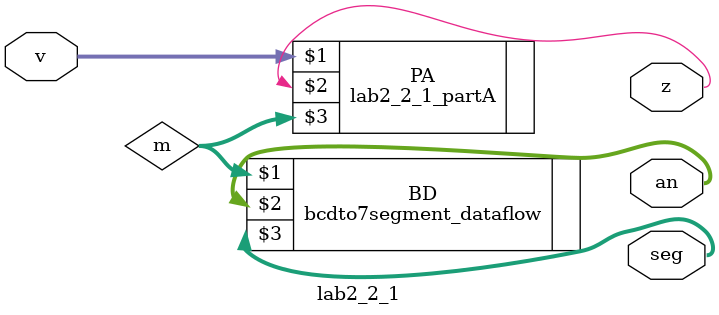
<source format=v>
`timescale 1ns / 1ps


module lab2_2_1(
    input [3:0] v,
    output z,
    output [7:0] an,
    output [6:0] seg
    );
    wire [3:0] m;
    lab2_2_1_partA PA(v, z, m);
    bcdto7segment_dataflow BD(m, an, seg);
endmodule

</source>
